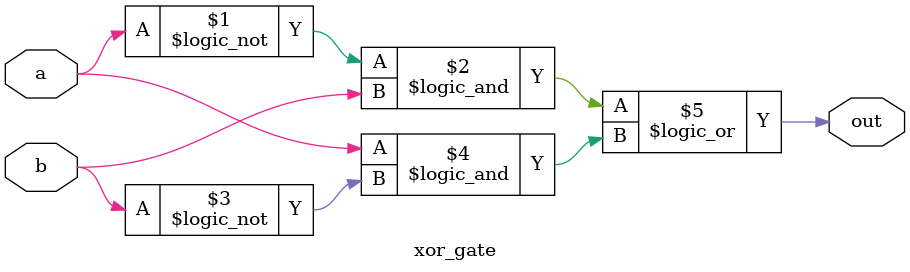
<source format=v>
module and_gate (
	input a, b,
	output out
	);
	assign out = a & b;

endmodule

module or_gate (
	input a, b,
	output out
	);
	assign out = a || b;	

endmodule

module not_gate (
	input a,
	output out
	);
	assign out = !a;

endmodule

module AND (
	input AND_a, AND_b,
	output AND_out
	);

	assign AND_out = AND_a & AND_b;

endmodule

module xor_gate (a, b, out);

	input a, b;

	output out;

	assign out = ((!a) && b) || (a && (!b));

endmodule

</source>
